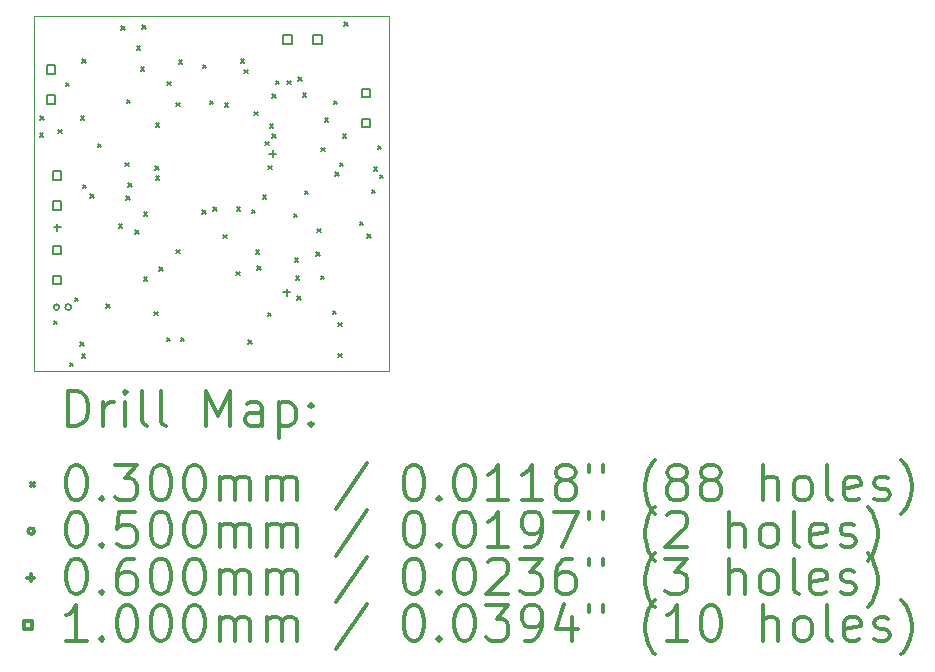
<source format=gbr>
%FSLAX45Y45*%
G04 Gerber Fmt 4.5, Leading zero omitted, Abs format (unit mm)*
G04 Created by KiCad (PCBNEW (5.1.12)-1) date 2022-01-26 09:34:38*
%MOMM*%
%LPD*%
G01*
G04 APERTURE LIST*
%TA.AperFunction,Profile*%
%ADD10C,0.038100*%
%TD*%
%ADD11C,0.200000*%
%ADD12C,0.300000*%
G04 APERTURE END LIST*
D10*
X10000000Y-6000000D02*
X10000000Y-3000000D01*
X10000000Y-6000000D02*
X13000000Y-6000000D01*
X13000000Y-3000000D02*
X13000000Y-6000000D01*
X10000000Y-3000000D02*
X13000000Y-3000000D01*
D11*
X10047000Y-3990000D02*
X10077000Y-4020000D01*
X10077000Y-3990000D02*
X10047000Y-4020000D01*
X10048000Y-3843000D02*
X10078000Y-3873000D01*
X10078000Y-3843000D02*
X10048000Y-3873000D01*
X10163000Y-5576000D02*
X10193000Y-5606000D01*
X10193000Y-5576000D02*
X10163000Y-5606000D01*
X10201000Y-3961000D02*
X10231000Y-3991000D01*
X10231000Y-3961000D02*
X10201000Y-3991000D01*
X10265000Y-3563000D02*
X10295000Y-3593000D01*
X10295000Y-3563000D02*
X10265000Y-3593000D01*
X10301000Y-5933000D02*
X10331000Y-5963000D01*
X10331000Y-5933000D02*
X10301000Y-5963000D01*
X10342000Y-5380000D02*
X10372000Y-5410000D01*
X10372000Y-5380000D02*
X10342000Y-5410000D01*
X10388000Y-5757000D02*
X10418000Y-5787000D01*
X10418000Y-5757000D02*
X10388000Y-5787000D01*
X10391000Y-3844000D02*
X10421000Y-3874000D01*
X10421000Y-3844000D02*
X10391000Y-3874000D01*
X10401000Y-5862000D02*
X10431000Y-5892000D01*
X10431000Y-5862000D02*
X10401000Y-5892000D01*
X10406000Y-3360000D02*
X10436000Y-3390000D01*
X10436000Y-3360000D02*
X10406000Y-3390000D01*
X10410000Y-4423000D02*
X10440000Y-4453000D01*
X10440000Y-4423000D02*
X10410000Y-4453000D01*
X10474000Y-4504000D02*
X10504000Y-4534000D01*
X10504000Y-4504000D02*
X10474000Y-4534000D01*
X10535000Y-4076000D02*
X10565000Y-4106000D01*
X10565000Y-4076000D02*
X10535000Y-4106000D01*
X10607000Y-5438000D02*
X10637000Y-5468000D01*
X10637000Y-5438000D02*
X10607000Y-5468000D01*
X10716000Y-4761000D02*
X10746000Y-4791000D01*
X10746000Y-4761000D02*
X10716000Y-4791000D01*
X10734000Y-3083000D02*
X10764000Y-3113000D01*
X10764000Y-3083000D02*
X10734000Y-3113000D01*
X10769000Y-4240000D02*
X10799000Y-4270000D01*
X10799000Y-4240000D02*
X10769000Y-4270000D01*
X10779000Y-4524000D02*
X10809000Y-4554000D01*
X10809000Y-4524000D02*
X10779000Y-4554000D01*
X10783000Y-3706000D02*
X10813000Y-3736000D01*
X10813000Y-3706000D02*
X10783000Y-3736000D01*
X10797000Y-4411000D02*
X10827000Y-4441000D01*
X10827000Y-4411000D02*
X10797000Y-4441000D01*
X10853000Y-4812000D02*
X10883000Y-4842000D01*
X10883000Y-4812000D02*
X10853000Y-4842000D01*
X10867000Y-3250000D02*
X10897000Y-3280000D01*
X10897000Y-3250000D02*
X10867000Y-3280000D01*
X10899000Y-3430000D02*
X10929000Y-3460000D01*
X10929000Y-3430000D02*
X10899000Y-3460000D01*
X10912000Y-3073000D02*
X10942000Y-3103000D01*
X10942000Y-3073000D02*
X10912000Y-3103000D01*
X10926000Y-5206000D02*
X10956000Y-5236000D01*
X10956000Y-5206000D02*
X10926000Y-5236000D01*
X10927000Y-4656000D02*
X10957000Y-4686000D01*
X10957000Y-4656000D02*
X10927000Y-4686000D01*
X11014000Y-5499000D02*
X11044000Y-5529000D01*
X11044000Y-5499000D02*
X11014000Y-5529000D01*
X11023000Y-4266000D02*
X11053000Y-4296000D01*
X11053000Y-4266000D02*
X11023000Y-4296000D01*
X11026000Y-3903000D02*
X11056000Y-3933000D01*
X11056000Y-3903000D02*
X11026000Y-3933000D01*
X11029000Y-4355000D02*
X11059000Y-4385000D01*
X11059000Y-4355000D02*
X11029000Y-4385000D01*
X11058000Y-5122000D02*
X11088000Y-5152000D01*
X11088000Y-5122000D02*
X11058000Y-5152000D01*
X11119000Y-5719000D02*
X11149000Y-5749000D01*
X11149000Y-5719000D02*
X11119000Y-5749000D01*
X11124000Y-3554000D02*
X11154000Y-3584000D01*
X11154000Y-3554000D02*
X11124000Y-3584000D01*
X11201000Y-4975000D02*
X11231000Y-5005000D01*
X11231000Y-4975000D02*
X11201000Y-5005000D01*
X11202000Y-3732000D02*
X11232000Y-3762000D01*
X11232000Y-3732000D02*
X11202000Y-3762000D01*
X11222000Y-3370000D02*
X11252000Y-3400000D01*
X11252000Y-3370000D02*
X11222000Y-3400000D01*
X11240000Y-5719000D02*
X11270000Y-5749000D01*
X11270000Y-5719000D02*
X11240000Y-5749000D01*
X11423000Y-4639000D02*
X11453000Y-4669000D01*
X11453000Y-4639000D02*
X11423000Y-4669000D01*
X11426000Y-3407000D02*
X11456000Y-3437000D01*
X11456000Y-3407000D02*
X11426000Y-3437000D01*
X11485000Y-3715000D02*
X11515000Y-3745000D01*
X11515000Y-3715000D02*
X11485000Y-3745000D01*
X11515000Y-4616000D02*
X11545000Y-4646000D01*
X11545000Y-4616000D02*
X11515000Y-4646000D01*
X11598000Y-4847000D02*
X11628000Y-4877000D01*
X11628000Y-4847000D02*
X11598000Y-4877000D01*
X11610000Y-3736000D02*
X11640000Y-3766000D01*
X11640000Y-3736000D02*
X11610000Y-3766000D01*
X11711000Y-5163000D02*
X11741000Y-5193000D01*
X11741000Y-5163000D02*
X11711000Y-5193000D01*
X11712000Y-4614000D02*
X11742000Y-4644000D01*
X11742000Y-4614000D02*
X11712000Y-4644000D01*
X11748000Y-3360000D02*
X11778000Y-3390000D01*
X11778000Y-3360000D02*
X11748000Y-3390000D01*
X11779000Y-3453000D02*
X11809000Y-3483000D01*
X11809000Y-3453000D02*
X11779000Y-3483000D01*
X11812000Y-5741000D02*
X11842000Y-5771000D01*
X11842000Y-5741000D02*
X11812000Y-5771000D01*
X11842000Y-4636000D02*
X11872000Y-4666000D01*
X11872000Y-4636000D02*
X11842000Y-4666000D01*
X11860000Y-3806000D02*
X11890000Y-3836000D01*
X11890000Y-3806000D02*
X11860000Y-3836000D01*
X11876000Y-4979000D02*
X11906000Y-5009000D01*
X11906000Y-4979000D02*
X11876000Y-5009000D01*
X11889000Y-5117000D02*
X11919000Y-5147000D01*
X11919000Y-5117000D02*
X11889000Y-5147000D01*
X11933000Y-4514000D02*
X11963000Y-4544000D01*
X11963000Y-4514000D02*
X11933000Y-4544000D01*
X11954000Y-4059200D02*
X11984000Y-4089200D01*
X11984000Y-4059200D02*
X11954000Y-4089200D01*
X11974000Y-5510000D02*
X12004000Y-5540000D01*
X12004000Y-5510000D02*
X11974000Y-5540000D01*
X11980000Y-4263000D02*
X12010000Y-4293000D01*
X12010000Y-4263000D02*
X11980000Y-4293000D01*
X11991000Y-3914000D02*
X12021000Y-3944000D01*
X12021000Y-3914000D02*
X11991000Y-3944000D01*
X12013000Y-3996000D02*
X12043000Y-4026000D01*
X12043000Y-3996000D02*
X12013000Y-4026000D01*
X12014000Y-3658000D02*
X12044000Y-3688000D01*
X12044000Y-3658000D02*
X12014000Y-3688000D01*
X12044000Y-3545000D02*
X12074000Y-3575000D01*
X12074000Y-3545000D02*
X12044000Y-3575000D01*
X12140000Y-3544000D02*
X12170000Y-3574000D01*
X12170000Y-3544000D02*
X12140000Y-3574000D01*
X12195000Y-4669000D02*
X12225000Y-4699000D01*
X12225000Y-4669000D02*
X12195000Y-4699000D01*
X12203000Y-5047000D02*
X12233000Y-5077000D01*
X12233000Y-5047000D02*
X12203000Y-5077000D01*
X12214000Y-5198000D02*
X12244000Y-5228000D01*
X12244000Y-5198000D02*
X12214000Y-5228000D01*
X12227000Y-5368000D02*
X12257000Y-5398000D01*
X12257000Y-5368000D02*
X12227000Y-5398000D01*
X12232000Y-3513000D02*
X12262000Y-3543000D01*
X12262000Y-3513000D02*
X12232000Y-3543000D01*
X12273000Y-3648000D02*
X12303000Y-3678000D01*
X12303000Y-3648000D02*
X12273000Y-3678000D01*
X12291000Y-4474000D02*
X12321000Y-4504000D01*
X12321000Y-4474000D02*
X12291000Y-4504000D01*
X12387000Y-4997000D02*
X12417000Y-5027000D01*
X12417000Y-4997000D02*
X12387000Y-5027000D01*
X12394000Y-4799000D02*
X12424000Y-4829000D01*
X12424000Y-4799000D02*
X12394000Y-4829000D01*
X12423000Y-5197000D02*
X12453000Y-5227000D01*
X12453000Y-5197000D02*
X12423000Y-5227000D01*
X12427000Y-4113000D02*
X12457000Y-4143000D01*
X12457000Y-4113000D02*
X12427000Y-4143000D01*
X12458000Y-3863000D02*
X12488000Y-3893000D01*
X12488000Y-3863000D02*
X12458000Y-3893000D01*
X12525000Y-5493000D02*
X12555000Y-5523000D01*
X12555000Y-5493000D02*
X12525000Y-5523000D01*
X12535000Y-3712000D02*
X12565000Y-3742000D01*
X12565000Y-3712000D02*
X12535000Y-3742000D01*
X12548000Y-4319000D02*
X12578000Y-4349000D01*
X12578000Y-4319000D02*
X12548000Y-4349000D01*
X12572000Y-5595000D02*
X12602000Y-5625000D01*
X12602000Y-5595000D02*
X12572000Y-5625000D01*
X12572000Y-5856000D02*
X12602000Y-5886000D01*
X12602000Y-5856000D02*
X12572000Y-5886000D01*
X12585000Y-4238000D02*
X12615000Y-4268000D01*
X12615000Y-4238000D02*
X12585000Y-4268000D01*
X12609000Y-3996000D02*
X12639000Y-4026000D01*
X12639000Y-3996000D02*
X12609000Y-4026000D01*
X12624000Y-3051000D02*
X12654000Y-3081000D01*
X12654000Y-3051000D02*
X12624000Y-3081000D01*
X12756000Y-4738000D02*
X12786000Y-4768000D01*
X12786000Y-4738000D02*
X12756000Y-4768000D01*
X12820000Y-4844000D02*
X12850000Y-4874000D01*
X12850000Y-4844000D02*
X12820000Y-4874000D01*
X12856000Y-4467000D02*
X12886000Y-4497000D01*
X12886000Y-4467000D02*
X12856000Y-4497000D01*
X12874000Y-4276000D02*
X12904000Y-4306000D01*
X12904000Y-4276000D02*
X12874000Y-4306000D01*
X12909000Y-4096000D02*
X12939000Y-4126000D01*
X12939000Y-4096000D02*
X12909000Y-4126000D01*
X12926000Y-4340000D02*
X12956000Y-4370000D01*
X12956000Y-4340000D02*
X12926000Y-4370000D01*
X10212000Y-5461000D02*
G75*
G03*
X10212000Y-5461000I-25000J0D01*
G01*
X10312000Y-5461000D02*
G75*
G03*
X10312000Y-5461000I-25000J0D01*
G01*
X10194000Y-4755000D02*
X10194000Y-4815000D01*
X10164000Y-4785000D02*
X10224000Y-4785000D01*
X12018982Y-4133917D02*
X12018982Y-4193917D01*
X11988982Y-4163917D02*
X12048982Y-4163917D01*
X12135000Y-5305000D02*
X12135000Y-5365000D01*
X12105000Y-5335000D02*
X12165000Y-5335000D01*
X10177356Y-3484356D02*
X10177356Y-3413644D01*
X10106644Y-3413644D01*
X10106644Y-3484356D01*
X10177356Y-3484356D01*
X10177356Y-3738356D02*
X10177356Y-3667644D01*
X10106644Y-3667644D01*
X10106644Y-3738356D01*
X10177356Y-3738356D01*
X10229356Y-4381356D02*
X10229356Y-4310644D01*
X10158644Y-4310644D01*
X10158644Y-4381356D01*
X10229356Y-4381356D01*
X10229356Y-4635356D02*
X10229356Y-4564644D01*
X10158644Y-4564644D01*
X10158644Y-4635356D01*
X10229356Y-4635356D01*
X10229356Y-5011356D02*
X10229356Y-4940644D01*
X10158644Y-4940644D01*
X10158644Y-5011356D01*
X10229356Y-5011356D01*
X10229356Y-5265356D02*
X10229356Y-5194644D01*
X10158644Y-5194644D01*
X10158644Y-5265356D01*
X10229356Y-5265356D01*
X12177356Y-3229356D02*
X12177356Y-3158644D01*
X12106644Y-3158644D01*
X12106644Y-3229356D01*
X12177356Y-3229356D01*
X12431356Y-3229356D02*
X12431356Y-3158644D01*
X12360644Y-3158644D01*
X12360644Y-3229356D01*
X12431356Y-3229356D01*
X12845356Y-3681356D02*
X12845356Y-3610644D01*
X12774644Y-3610644D01*
X12774644Y-3681356D01*
X12845356Y-3681356D01*
X12845356Y-3935356D02*
X12845356Y-3864644D01*
X12774644Y-3864644D01*
X12774644Y-3935356D01*
X12845356Y-3935356D01*
D12*
X10284523Y-6467619D02*
X10284523Y-6167619D01*
X10355952Y-6167619D01*
X10398809Y-6181905D01*
X10427381Y-6210476D01*
X10441666Y-6239048D01*
X10455952Y-6296191D01*
X10455952Y-6339048D01*
X10441666Y-6396191D01*
X10427381Y-6424762D01*
X10398809Y-6453334D01*
X10355952Y-6467619D01*
X10284523Y-6467619D01*
X10584523Y-6467619D02*
X10584523Y-6267619D01*
X10584523Y-6324762D02*
X10598809Y-6296191D01*
X10613095Y-6281905D01*
X10641666Y-6267619D01*
X10670238Y-6267619D01*
X10770238Y-6467619D02*
X10770238Y-6267619D01*
X10770238Y-6167619D02*
X10755952Y-6181905D01*
X10770238Y-6196191D01*
X10784523Y-6181905D01*
X10770238Y-6167619D01*
X10770238Y-6196191D01*
X10955952Y-6467619D02*
X10927381Y-6453334D01*
X10913095Y-6424762D01*
X10913095Y-6167619D01*
X11113095Y-6467619D02*
X11084523Y-6453334D01*
X11070238Y-6424762D01*
X11070238Y-6167619D01*
X11455952Y-6467619D02*
X11455952Y-6167619D01*
X11555952Y-6381905D01*
X11655952Y-6167619D01*
X11655952Y-6467619D01*
X11927381Y-6467619D02*
X11927381Y-6310476D01*
X11913095Y-6281905D01*
X11884523Y-6267619D01*
X11827381Y-6267619D01*
X11798809Y-6281905D01*
X11927381Y-6453334D02*
X11898809Y-6467619D01*
X11827381Y-6467619D01*
X11798809Y-6453334D01*
X11784523Y-6424762D01*
X11784523Y-6396191D01*
X11798809Y-6367619D01*
X11827381Y-6353334D01*
X11898809Y-6353334D01*
X11927381Y-6339048D01*
X12070238Y-6267619D02*
X12070238Y-6567619D01*
X12070238Y-6281905D02*
X12098809Y-6267619D01*
X12155952Y-6267619D01*
X12184523Y-6281905D01*
X12198809Y-6296191D01*
X12213095Y-6324762D01*
X12213095Y-6410476D01*
X12198809Y-6439048D01*
X12184523Y-6453334D01*
X12155952Y-6467619D01*
X12098809Y-6467619D01*
X12070238Y-6453334D01*
X12341666Y-6439048D02*
X12355952Y-6453334D01*
X12341666Y-6467619D01*
X12327381Y-6453334D01*
X12341666Y-6439048D01*
X12341666Y-6467619D01*
X12341666Y-6281905D02*
X12355952Y-6296191D01*
X12341666Y-6310476D01*
X12327381Y-6296191D01*
X12341666Y-6281905D01*
X12341666Y-6310476D01*
X9968095Y-6946905D02*
X9998095Y-6976905D01*
X9998095Y-6946905D02*
X9968095Y-6976905D01*
X10341666Y-6797619D02*
X10370238Y-6797619D01*
X10398809Y-6811905D01*
X10413095Y-6826191D01*
X10427381Y-6854762D01*
X10441666Y-6911905D01*
X10441666Y-6983334D01*
X10427381Y-7040476D01*
X10413095Y-7069048D01*
X10398809Y-7083334D01*
X10370238Y-7097619D01*
X10341666Y-7097619D01*
X10313095Y-7083334D01*
X10298809Y-7069048D01*
X10284523Y-7040476D01*
X10270238Y-6983334D01*
X10270238Y-6911905D01*
X10284523Y-6854762D01*
X10298809Y-6826191D01*
X10313095Y-6811905D01*
X10341666Y-6797619D01*
X10570238Y-7069048D02*
X10584523Y-7083334D01*
X10570238Y-7097619D01*
X10555952Y-7083334D01*
X10570238Y-7069048D01*
X10570238Y-7097619D01*
X10684523Y-6797619D02*
X10870238Y-6797619D01*
X10770238Y-6911905D01*
X10813095Y-6911905D01*
X10841666Y-6926191D01*
X10855952Y-6940476D01*
X10870238Y-6969048D01*
X10870238Y-7040476D01*
X10855952Y-7069048D01*
X10841666Y-7083334D01*
X10813095Y-7097619D01*
X10727381Y-7097619D01*
X10698809Y-7083334D01*
X10684523Y-7069048D01*
X11055952Y-6797619D02*
X11084523Y-6797619D01*
X11113095Y-6811905D01*
X11127381Y-6826191D01*
X11141666Y-6854762D01*
X11155952Y-6911905D01*
X11155952Y-6983334D01*
X11141666Y-7040476D01*
X11127381Y-7069048D01*
X11113095Y-7083334D01*
X11084523Y-7097619D01*
X11055952Y-7097619D01*
X11027381Y-7083334D01*
X11013095Y-7069048D01*
X10998809Y-7040476D01*
X10984523Y-6983334D01*
X10984523Y-6911905D01*
X10998809Y-6854762D01*
X11013095Y-6826191D01*
X11027381Y-6811905D01*
X11055952Y-6797619D01*
X11341666Y-6797619D02*
X11370238Y-6797619D01*
X11398809Y-6811905D01*
X11413095Y-6826191D01*
X11427381Y-6854762D01*
X11441666Y-6911905D01*
X11441666Y-6983334D01*
X11427381Y-7040476D01*
X11413095Y-7069048D01*
X11398809Y-7083334D01*
X11370238Y-7097619D01*
X11341666Y-7097619D01*
X11313095Y-7083334D01*
X11298809Y-7069048D01*
X11284523Y-7040476D01*
X11270238Y-6983334D01*
X11270238Y-6911905D01*
X11284523Y-6854762D01*
X11298809Y-6826191D01*
X11313095Y-6811905D01*
X11341666Y-6797619D01*
X11570238Y-7097619D02*
X11570238Y-6897619D01*
X11570238Y-6926191D02*
X11584523Y-6911905D01*
X11613095Y-6897619D01*
X11655952Y-6897619D01*
X11684523Y-6911905D01*
X11698809Y-6940476D01*
X11698809Y-7097619D01*
X11698809Y-6940476D02*
X11713095Y-6911905D01*
X11741666Y-6897619D01*
X11784523Y-6897619D01*
X11813095Y-6911905D01*
X11827381Y-6940476D01*
X11827381Y-7097619D01*
X11970238Y-7097619D02*
X11970238Y-6897619D01*
X11970238Y-6926191D02*
X11984523Y-6911905D01*
X12013095Y-6897619D01*
X12055952Y-6897619D01*
X12084523Y-6911905D01*
X12098809Y-6940476D01*
X12098809Y-7097619D01*
X12098809Y-6940476D02*
X12113095Y-6911905D01*
X12141666Y-6897619D01*
X12184523Y-6897619D01*
X12213095Y-6911905D01*
X12227381Y-6940476D01*
X12227381Y-7097619D01*
X12813095Y-6783334D02*
X12555952Y-7169048D01*
X13198809Y-6797619D02*
X13227381Y-6797619D01*
X13255952Y-6811905D01*
X13270238Y-6826191D01*
X13284523Y-6854762D01*
X13298809Y-6911905D01*
X13298809Y-6983334D01*
X13284523Y-7040476D01*
X13270238Y-7069048D01*
X13255952Y-7083334D01*
X13227381Y-7097619D01*
X13198809Y-7097619D01*
X13170238Y-7083334D01*
X13155952Y-7069048D01*
X13141666Y-7040476D01*
X13127381Y-6983334D01*
X13127381Y-6911905D01*
X13141666Y-6854762D01*
X13155952Y-6826191D01*
X13170238Y-6811905D01*
X13198809Y-6797619D01*
X13427381Y-7069048D02*
X13441666Y-7083334D01*
X13427381Y-7097619D01*
X13413095Y-7083334D01*
X13427381Y-7069048D01*
X13427381Y-7097619D01*
X13627381Y-6797619D02*
X13655952Y-6797619D01*
X13684523Y-6811905D01*
X13698809Y-6826191D01*
X13713095Y-6854762D01*
X13727381Y-6911905D01*
X13727381Y-6983334D01*
X13713095Y-7040476D01*
X13698809Y-7069048D01*
X13684523Y-7083334D01*
X13655952Y-7097619D01*
X13627381Y-7097619D01*
X13598809Y-7083334D01*
X13584523Y-7069048D01*
X13570238Y-7040476D01*
X13555952Y-6983334D01*
X13555952Y-6911905D01*
X13570238Y-6854762D01*
X13584523Y-6826191D01*
X13598809Y-6811905D01*
X13627381Y-6797619D01*
X14013095Y-7097619D02*
X13841666Y-7097619D01*
X13927381Y-7097619D02*
X13927381Y-6797619D01*
X13898809Y-6840476D01*
X13870238Y-6869048D01*
X13841666Y-6883334D01*
X14298809Y-7097619D02*
X14127381Y-7097619D01*
X14213095Y-7097619D02*
X14213095Y-6797619D01*
X14184523Y-6840476D01*
X14155952Y-6869048D01*
X14127381Y-6883334D01*
X14470238Y-6926191D02*
X14441666Y-6911905D01*
X14427381Y-6897619D01*
X14413095Y-6869048D01*
X14413095Y-6854762D01*
X14427381Y-6826191D01*
X14441666Y-6811905D01*
X14470238Y-6797619D01*
X14527381Y-6797619D01*
X14555952Y-6811905D01*
X14570238Y-6826191D01*
X14584523Y-6854762D01*
X14584523Y-6869048D01*
X14570238Y-6897619D01*
X14555952Y-6911905D01*
X14527381Y-6926191D01*
X14470238Y-6926191D01*
X14441666Y-6940476D01*
X14427381Y-6954762D01*
X14413095Y-6983334D01*
X14413095Y-7040476D01*
X14427381Y-7069048D01*
X14441666Y-7083334D01*
X14470238Y-7097619D01*
X14527381Y-7097619D01*
X14555952Y-7083334D01*
X14570238Y-7069048D01*
X14584523Y-7040476D01*
X14584523Y-6983334D01*
X14570238Y-6954762D01*
X14555952Y-6940476D01*
X14527381Y-6926191D01*
X14698809Y-6797619D02*
X14698809Y-6854762D01*
X14813095Y-6797619D02*
X14813095Y-6854762D01*
X15255952Y-7211905D02*
X15241666Y-7197619D01*
X15213095Y-7154762D01*
X15198809Y-7126191D01*
X15184523Y-7083334D01*
X15170238Y-7011905D01*
X15170238Y-6954762D01*
X15184523Y-6883334D01*
X15198809Y-6840476D01*
X15213095Y-6811905D01*
X15241666Y-6769048D01*
X15255952Y-6754762D01*
X15413095Y-6926191D02*
X15384523Y-6911905D01*
X15370238Y-6897619D01*
X15355952Y-6869048D01*
X15355952Y-6854762D01*
X15370238Y-6826191D01*
X15384523Y-6811905D01*
X15413095Y-6797619D01*
X15470238Y-6797619D01*
X15498809Y-6811905D01*
X15513095Y-6826191D01*
X15527381Y-6854762D01*
X15527381Y-6869048D01*
X15513095Y-6897619D01*
X15498809Y-6911905D01*
X15470238Y-6926191D01*
X15413095Y-6926191D01*
X15384523Y-6940476D01*
X15370238Y-6954762D01*
X15355952Y-6983334D01*
X15355952Y-7040476D01*
X15370238Y-7069048D01*
X15384523Y-7083334D01*
X15413095Y-7097619D01*
X15470238Y-7097619D01*
X15498809Y-7083334D01*
X15513095Y-7069048D01*
X15527381Y-7040476D01*
X15527381Y-6983334D01*
X15513095Y-6954762D01*
X15498809Y-6940476D01*
X15470238Y-6926191D01*
X15698809Y-6926191D02*
X15670238Y-6911905D01*
X15655952Y-6897619D01*
X15641666Y-6869048D01*
X15641666Y-6854762D01*
X15655952Y-6826191D01*
X15670238Y-6811905D01*
X15698809Y-6797619D01*
X15755952Y-6797619D01*
X15784523Y-6811905D01*
X15798809Y-6826191D01*
X15813095Y-6854762D01*
X15813095Y-6869048D01*
X15798809Y-6897619D01*
X15784523Y-6911905D01*
X15755952Y-6926191D01*
X15698809Y-6926191D01*
X15670238Y-6940476D01*
X15655952Y-6954762D01*
X15641666Y-6983334D01*
X15641666Y-7040476D01*
X15655952Y-7069048D01*
X15670238Y-7083334D01*
X15698809Y-7097619D01*
X15755952Y-7097619D01*
X15784523Y-7083334D01*
X15798809Y-7069048D01*
X15813095Y-7040476D01*
X15813095Y-6983334D01*
X15798809Y-6954762D01*
X15784523Y-6940476D01*
X15755952Y-6926191D01*
X16170238Y-7097619D02*
X16170238Y-6797619D01*
X16298809Y-7097619D02*
X16298809Y-6940476D01*
X16284523Y-6911905D01*
X16255952Y-6897619D01*
X16213095Y-6897619D01*
X16184523Y-6911905D01*
X16170238Y-6926191D01*
X16484523Y-7097619D02*
X16455952Y-7083334D01*
X16441666Y-7069048D01*
X16427381Y-7040476D01*
X16427381Y-6954762D01*
X16441666Y-6926191D01*
X16455952Y-6911905D01*
X16484523Y-6897619D01*
X16527381Y-6897619D01*
X16555952Y-6911905D01*
X16570238Y-6926191D01*
X16584523Y-6954762D01*
X16584523Y-7040476D01*
X16570238Y-7069048D01*
X16555952Y-7083334D01*
X16527381Y-7097619D01*
X16484523Y-7097619D01*
X16755952Y-7097619D02*
X16727381Y-7083334D01*
X16713095Y-7054762D01*
X16713095Y-6797619D01*
X16984523Y-7083334D02*
X16955952Y-7097619D01*
X16898809Y-7097619D01*
X16870238Y-7083334D01*
X16855952Y-7054762D01*
X16855952Y-6940476D01*
X16870238Y-6911905D01*
X16898809Y-6897619D01*
X16955952Y-6897619D01*
X16984523Y-6911905D01*
X16998809Y-6940476D01*
X16998809Y-6969048D01*
X16855952Y-6997619D01*
X17113095Y-7083334D02*
X17141666Y-7097619D01*
X17198809Y-7097619D01*
X17227381Y-7083334D01*
X17241666Y-7054762D01*
X17241666Y-7040476D01*
X17227381Y-7011905D01*
X17198809Y-6997619D01*
X17155952Y-6997619D01*
X17127381Y-6983334D01*
X17113095Y-6954762D01*
X17113095Y-6940476D01*
X17127381Y-6911905D01*
X17155952Y-6897619D01*
X17198809Y-6897619D01*
X17227381Y-6911905D01*
X17341666Y-7211905D02*
X17355952Y-7197619D01*
X17384523Y-7154762D01*
X17398809Y-7126191D01*
X17413095Y-7083334D01*
X17427381Y-7011905D01*
X17427381Y-6954762D01*
X17413095Y-6883334D01*
X17398809Y-6840476D01*
X17384523Y-6811905D01*
X17355952Y-6769048D01*
X17341666Y-6754762D01*
X9998095Y-7357905D02*
G75*
G03*
X9998095Y-7357905I-25000J0D01*
G01*
X10341666Y-7193619D02*
X10370238Y-7193619D01*
X10398809Y-7207905D01*
X10413095Y-7222191D01*
X10427381Y-7250762D01*
X10441666Y-7307905D01*
X10441666Y-7379334D01*
X10427381Y-7436476D01*
X10413095Y-7465048D01*
X10398809Y-7479334D01*
X10370238Y-7493619D01*
X10341666Y-7493619D01*
X10313095Y-7479334D01*
X10298809Y-7465048D01*
X10284523Y-7436476D01*
X10270238Y-7379334D01*
X10270238Y-7307905D01*
X10284523Y-7250762D01*
X10298809Y-7222191D01*
X10313095Y-7207905D01*
X10341666Y-7193619D01*
X10570238Y-7465048D02*
X10584523Y-7479334D01*
X10570238Y-7493619D01*
X10555952Y-7479334D01*
X10570238Y-7465048D01*
X10570238Y-7493619D01*
X10855952Y-7193619D02*
X10713095Y-7193619D01*
X10698809Y-7336476D01*
X10713095Y-7322191D01*
X10741666Y-7307905D01*
X10813095Y-7307905D01*
X10841666Y-7322191D01*
X10855952Y-7336476D01*
X10870238Y-7365048D01*
X10870238Y-7436476D01*
X10855952Y-7465048D01*
X10841666Y-7479334D01*
X10813095Y-7493619D01*
X10741666Y-7493619D01*
X10713095Y-7479334D01*
X10698809Y-7465048D01*
X11055952Y-7193619D02*
X11084523Y-7193619D01*
X11113095Y-7207905D01*
X11127381Y-7222191D01*
X11141666Y-7250762D01*
X11155952Y-7307905D01*
X11155952Y-7379334D01*
X11141666Y-7436476D01*
X11127381Y-7465048D01*
X11113095Y-7479334D01*
X11084523Y-7493619D01*
X11055952Y-7493619D01*
X11027381Y-7479334D01*
X11013095Y-7465048D01*
X10998809Y-7436476D01*
X10984523Y-7379334D01*
X10984523Y-7307905D01*
X10998809Y-7250762D01*
X11013095Y-7222191D01*
X11027381Y-7207905D01*
X11055952Y-7193619D01*
X11341666Y-7193619D02*
X11370238Y-7193619D01*
X11398809Y-7207905D01*
X11413095Y-7222191D01*
X11427381Y-7250762D01*
X11441666Y-7307905D01*
X11441666Y-7379334D01*
X11427381Y-7436476D01*
X11413095Y-7465048D01*
X11398809Y-7479334D01*
X11370238Y-7493619D01*
X11341666Y-7493619D01*
X11313095Y-7479334D01*
X11298809Y-7465048D01*
X11284523Y-7436476D01*
X11270238Y-7379334D01*
X11270238Y-7307905D01*
X11284523Y-7250762D01*
X11298809Y-7222191D01*
X11313095Y-7207905D01*
X11341666Y-7193619D01*
X11570238Y-7493619D02*
X11570238Y-7293619D01*
X11570238Y-7322191D02*
X11584523Y-7307905D01*
X11613095Y-7293619D01*
X11655952Y-7293619D01*
X11684523Y-7307905D01*
X11698809Y-7336476D01*
X11698809Y-7493619D01*
X11698809Y-7336476D02*
X11713095Y-7307905D01*
X11741666Y-7293619D01*
X11784523Y-7293619D01*
X11813095Y-7307905D01*
X11827381Y-7336476D01*
X11827381Y-7493619D01*
X11970238Y-7493619D02*
X11970238Y-7293619D01*
X11970238Y-7322191D02*
X11984523Y-7307905D01*
X12013095Y-7293619D01*
X12055952Y-7293619D01*
X12084523Y-7307905D01*
X12098809Y-7336476D01*
X12098809Y-7493619D01*
X12098809Y-7336476D02*
X12113095Y-7307905D01*
X12141666Y-7293619D01*
X12184523Y-7293619D01*
X12213095Y-7307905D01*
X12227381Y-7336476D01*
X12227381Y-7493619D01*
X12813095Y-7179334D02*
X12555952Y-7565048D01*
X13198809Y-7193619D02*
X13227381Y-7193619D01*
X13255952Y-7207905D01*
X13270238Y-7222191D01*
X13284523Y-7250762D01*
X13298809Y-7307905D01*
X13298809Y-7379334D01*
X13284523Y-7436476D01*
X13270238Y-7465048D01*
X13255952Y-7479334D01*
X13227381Y-7493619D01*
X13198809Y-7493619D01*
X13170238Y-7479334D01*
X13155952Y-7465048D01*
X13141666Y-7436476D01*
X13127381Y-7379334D01*
X13127381Y-7307905D01*
X13141666Y-7250762D01*
X13155952Y-7222191D01*
X13170238Y-7207905D01*
X13198809Y-7193619D01*
X13427381Y-7465048D02*
X13441666Y-7479334D01*
X13427381Y-7493619D01*
X13413095Y-7479334D01*
X13427381Y-7465048D01*
X13427381Y-7493619D01*
X13627381Y-7193619D02*
X13655952Y-7193619D01*
X13684523Y-7207905D01*
X13698809Y-7222191D01*
X13713095Y-7250762D01*
X13727381Y-7307905D01*
X13727381Y-7379334D01*
X13713095Y-7436476D01*
X13698809Y-7465048D01*
X13684523Y-7479334D01*
X13655952Y-7493619D01*
X13627381Y-7493619D01*
X13598809Y-7479334D01*
X13584523Y-7465048D01*
X13570238Y-7436476D01*
X13555952Y-7379334D01*
X13555952Y-7307905D01*
X13570238Y-7250762D01*
X13584523Y-7222191D01*
X13598809Y-7207905D01*
X13627381Y-7193619D01*
X14013095Y-7493619D02*
X13841666Y-7493619D01*
X13927381Y-7493619D02*
X13927381Y-7193619D01*
X13898809Y-7236476D01*
X13870238Y-7265048D01*
X13841666Y-7279334D01*
X14155952Y-7493619D02*
X14213095Y-7493619D01*
X14241666Y-7479334D01*
X14255952Y-7465048D01*
X14284523Y-7422191D01*
X14298809Y-7365048D01*
X14298809Y-7250762D01*
X14284523Y-7222191D01*
X14270238Y-7207905D01*
X14241666Y-7193619D01*
X14184523Y-7193619D01*
X14155952Y-7207905D01*
X14141666Y-7222191D01*
X14127381Y-7250762D01*
X14127381Y-7322191D01*
X14141666Y-7350762D01*
X14155952Y-7365048D01*
X14184523Y-7379334D01*
X14241666Y-7379334D01*
X14270238Y-7365048D01*
X14284523Y-7350762D01*
X14298809Y-7322191D01*
X14398809Y-7193619D02*
X14598809Y-7193619D01*
X14470238Y-7493619D01*
X14698809Y-7193619D02*
X14698809Y-7250762D01*
X14813095Y-7193619D02*
X14813095Y-7250762D01*
X15255952Y-7607905D02*
X15241666Y-7593619D01*
X15213095Y-7550762D01*
X15198809Y-7522191D01*
X15184523Y-7479334D01*
X15170238Y-7407905D01*
X15170238Y-7350762D01*
X15184523Y-7279334D01*
X15198809Y-7236476D01*
X15213095Y-7207905D01*
X15241666Y-7165048D01*
X15255952Y-7150762D01*
X15355952Y-7222191D02*
X15370238Y-7207905D01*
X15398809Y-7193619D01*
X15470238Y-7193619D01*
X15498809Y-7207905D01*
X15513095Y-7222191D01*
X15527381Y-7250762D01*
X15527381Y-7279334D01*
X15513095Y-7322191D01*
X15341666Y-7493619D01*
X15527381Y-7493619D01*
X15884523Y-7493619D02*
X15884523Y-7193619D01*
X16013095Y-7493619D02*
X16013095Y-7336476D01*
X15998809Y-7307905D01*
X15970238Y-7293619D01*
X15927381Y-7293619D01*
X15898809Y-7307905D01*
X15884523Y-7322191D01*
X16198809Y-7493619D02*
X16170238Y-7479334D01*
X16155952Y-7465048D01*
X16141666Y-7436476D01*
X16141666Y-7350762D01*
X16155952Y-7322191D01*
X16170238Y-7307905D01*
X16198809Y-7293619D01*
X16241666Y-7293619D01*
X16270238Y-7307905D01*
X16284523Y-7322191D01*
X16298809Y-7350762D01*
X16298809Y-7436476D01*
X16284523Y-7465048D01*
X16270238Y-7479334D01*
X16241666Y-7493619D01*
X16198809Y-7493619D01*
X16470238Y-7493619D02*
X16441666Y-7479334D01*
X16427381Y-7450762D01*
X16427381Y-7193619D01*
X16698809Y-7479334D02*
X16670238Y-7493619D01*
X16613095Y-7493619D01*
X16584523Y-7479334D01*
X16570238Y-7450762D01*
X16570238Y-7336476D01*
X16584523Y-7307905D01*
X16613095Y-7293619D01*
X16670238Y-7293619D01*
X16698809Y-7307905D01*
X16713095Y-7336476D01*
X16713095Y-7365048D01*
X16570238Y-7393619D01*
X16827381Y-7479334D02*
X16855952Y-7493619D01*
X16913095Y-7493619D01*
X16941666Y-7479334D01*
X16955952Y-7450762D01*
X16955952Y-7436476D01*
X16941666Y-7407905D01*
X16913095Y-7393619D01*
X16870238Y-7393619D01*
X16841666Y-7379334D01*
X16827381Y-7350762D01*
X16827381Y-7336476D01*
X16841666Y-7307905D01*
X16870238Y-7293619D01*
X16913095Y-7293619D01*
X16941666Y-7307905D01*
X17055952Y-7607905D02*
X17070238Y-7593619D01*
X17098809Y-7550762D01*
X17113095Y-7522191D01*
X17127381Y-7479334D01*
X17141666Y-7407905D01*
X17141666Y-7350762D01*
X17127381Y-7279334D01*
X17113095Y-7236476D01*
X17098809Y-7207905D01*
X17070238Y-7165048D01*
X17055952Y-7150762D01*
X9968095Y-7723905D02*
X9968095Y-7783905D01*
X9938095Y-7753905D02*
X9998095Y-7753905D01*
X10341666Y-7589619D02*
X10370238Y-7589619D01*
X10398809Y-7603905D01*
X10413095Y-7618191D01*
X10427381Y-7646762D01*
X10441666Y-7703905D01*
X10441666Y-7775334D01*
X10427381Y-7832476D01*
X10413095Y-7861048D01*
X10398809Y-7875334D01*
X10370238Y-7889619D01*
X10341666Y-7889619D01*
X10313095Y-7875334D01*
X10298809Y-7861048D01*
X10284523Y-7832476D01*
X10270238Y-7775334D01*
X10270238Y-7703905D01*
X10284523Y-7646762D01*
X10298809Y-7618191D01*
X10313095Y-7603905D01*
X10341666Y-7589619D01*
X10570238Y-7861048D02*
X10584523Y-7875334D01*
X10570238Y-7889619D01*
X10555952Y-7875334D01*
X10570238Y-7861048D01*
X10570238Y-7889619D01*
X10841666Y-7589619D02*
X10784523Y-7589619D01*
X10755952Y-7603905D01*
X10741666Y-7618191D01*
X10713095Y-7661048D01*
X10698809Y-7718191D01*
X10698809Y-7832476D01*
X10713095Y-7861048D01*
X10727381Y-7875334D01*
X10755952Y-7889619D01*
X10813095Y-7889619D01*
X10841666Y-7875334D01*
X10855952Y-7861048D01*
X10870238Y-7832476D01*
X10870238Y-7761048D01*
X10855952Y-7732476D01*
X10841666Y-7718191D01*
X10813095Y-7703905D01*
X10755952Y-7703905D01*
X10727381Y-7718191D01*
X10713095Y-7732476D01*
X10698809Y-7761048D01*
X11055952Y-7589619D02*
X11084523Y-7589619D01*
X11113095Y-7603905D01*
X11127381Y-7618191D01*
X11141666Y-7646762D01*
X11155952Y-7703905D01*
X11155952Y-7775334D01*
X11141666Y-7832476D01*
X11127381Y-7861048D01*
X11113095Y-7875334D01*
X11084523Y-7889619D01*
X11055952Y-7889619D01*
X11027381Y-7875334D01*
X11013095Y-7861048D01*
X10998809Y-7832476D01*
X10984523Y-7775334D01*
X10984523Y-7703905D01*
X10998809Y-7646762D01*
X11013095Y-7618191D01*
X11027381Y-7603905D01*
X11055952Y-7589619D01*
X11341666Y-7589619D02*
X11370238Y-7589619D01*
X11398809Y-7603905D01*
X11413095Y-7618191D01*
X11427381Y-7646762D01*
X11441666Y-7703905D01*
X11441666Y-7775334D01*
X11427381Y-7832476D01*
X11413095Y-7861048D01*
X11398809Y-7875334D01*
X11370238Y-7889619D01*
X11341666Y-7889619D01*
X11313095Y-7875334D01*
X11298809Y-7861048D01*
X11284523Y-7832476D01*
X11270238Y-7775334D01*
X11270238Y-7703905D01*
X11284523Y-7646762D01*
X11298809Y-7618191D01*
X11313095Y-7603905D01*
X11341666Y-7589619D01*
X11570238Y-7889619D02*
X11570238Y-7689619D01*
X11570238Y-7718191D02*
X11584523Y-7703905D01*
X11613095Y-7689619D01*
X11655952Y-7689619D01*
X11684523Y-7703905D01*
X11698809Y-7732476D01*
X11698809Y-7889619D01*
X11698809Y-7732476D02*
X11713095Y-7703905D01*
X11741666Y-7689619D01*
X11784523Y-7689619D01*
X11813095Y-7703905D01*
X11827381Y-7732476D01*
X11827381Y-7889619D01*
X11970238Y-7889619D02*
X11970238Y-7689619D01*
X11970238Y-7718191D02*
X11984523Y-7703905D01*
X12013095Y-7689619D01*
X12055952Y-7689619D01*
X12084523Y-7703905D01*
X12098809Y-7732476D01*
X12098809Y-7889619D01*
X12098809Y-7732476D02*
X12113095Y-7703905D01*
X12141666Y-7689619D01*
X12184523Y-7689619D01*
X12213095Y-7703905D01*
X12227381Y-7732476D01*
X12227381Y-7889619D01*
X12813095Y-7575334D02*
X12555952Y-7961048D01*
X13198809Y-7589619D02*
X13227381Y-7589619D01*
X13255952Y-7603905D01*
X13270238Y-7618191D01*
X13284523Y-7646762D01*
X13298809Y-7703905D01*
X13298809Y-7775334D01*
X13284523Y-7832476D01*
X13270238Y-7861048D01*
X13255952Y-7875334D01*
X13227381Y-7889619D01*
X13198809Y-7889619D01*
X13170238Y-7875334D01*
X13155952Y-7861048D01*
X13141666Y-7832476D01*
X13127381Y-7775334D01*
X13127381Y-7703905D01*
X13141666Y-7646762D01*
X13155952Y-7618191D01*
X13170238Y-7603905D01*
X13198809Y-7589619D01*
X13427381Y-7861048D02*
X13441666Y-7875334D01*
X13427381Y-7889619D01*
X13413095Y-7875334D01*
X13427381Y-7861048D01*
X13427381Y-7889619D01*
X13627381Y-7589619D02*
X13655952Y-7589619D01*
X13684523Y-7603905D01*
X13698809Y-7618191D01*
X13713095Y-7646762D01*
X13727381Y-7703905D01*
X13727381Y-7775334D01*
X13713095Y-7832476D01*
X13698809Y-7861048D01*
X13684523Y-7875334D01*
X13655952Y-7889619D01*
X13627381Y-7889619D01*
X13598809Y-7875334D01*
X13584523Y-7861048D01*
X13570238Y-7832476D01*
X13555952Y-7775334D01*
X13555952Y-7703905D01*
X13570238Y-7646762D01*
X13584523Y-7618191D01*
X13598809Y-7603905D01*
X13627381Y-7589619D01*
X13841666Y-7618191D02*
X13855952Y-7603905D01*
X13884523Y-7589619D01*
X13955952Y-7589619D01*
X13984523Y-7603905D01*
X13998809Y-7618191D01*
X14013095Y-7646762D01*
X14013095Y-7675334D01*
X13998809Y-7718191D01*
X13827381Y-7889619D01*
X14013095Y-7889619D01*
X14113095Y-7589619D02*
X14298809Y-7589619D01*
X14198809Y-7703905D01*
X14241666Y-7703905D01*
X14270238Y-7718191D01*
X14284523Y-7732476D01*
X14298809Y-7761048D01*
X14298809Y-7832476D01*
X14284523Y-7861048D01*
X14270238Y-7875334D01*
X14241666Y-7889619D01*
X14155952Y-7889619D01*
X14127381Y-7875334D01*
X14113095Y-7861048D01*
X14555952Y-7589619D02*
X14498809Y-7589619D01*
X14470238Y-7603905D01*
X14455952Y-7618191D01*
X14427381Y-7661048D01*
X14413095Y-7718191D01*
X14413095Y-7832476D01*
X14427381Y-7861048D01*
X14441666Y-7875334D01*
X14470238Y-7889619D01*
X14527381Y-7889619D01*
X14555952Y-7875334D01*
X14570238Y-7861048D01*
X14584523Y-7832476D01*
X14584523Y-7761048D01*
X14570238Y-7732476D01*
X14555952Y-7718191D01*
X14527381Y-7703905D01*
X14470238Y-7703905D01*
X14441666Y-7718191D01*
X14427381Y-7732476D01*
X14413095Y-7761048D01*
X14698809Y-7589619D02*
X14698809Y-7646762D01*
X14813095Y-7589619D02*
X14813095Y-7646762D01*
X15255952Y-8003905D02*
X15241666Y-7989619D01*
X15213095Y-7946762D01*
X15198809Y-7918191D01*
X15184523Y-7875334D01*
X15170238Y-7803905D01*
X15170238Y-7746762D01*
X15184523Y-7675334D01*
X15198809Y-7632476D01*
X15213095Y-7603905D01*
X15241666Y-7561048D01*
X15255952Y-7546762D01*
X15341666Y-7589619D02*
X15527381Y-7589619D01*
X15427381Y-7703905D01*
X15470238Y-7703905D01*
X15498809Y-7718191D01*
X15513095Y-7732476D01*
X15527381Y-7761048D01*
X15527381Y-7832476D01*
X15513095Y-7861048D01*
X15498809Y-7875334D01*
X15470238Y-7889619D01*
X15384523Y-7889619D01*
X15355952Y-7875334D01*
X15341666Y-7861048D01*
X15884523Y-7889619D02*
X15884523Y-7589619D01*
X16013095Y-7889619D02*
X16013095Y-7732476D01*
X15998809Y-7703905D01*
X15970238Y-7689619D01*
X15927381Y-7689619D01*
X15898809Y-7703905D01*
X15884523Y-7718191D01*
X16198809Y-7889619D02*
X16170238Y-7875334D01*
X16155952Y-7861048D01*
X16141666Y-7832476D01*
X16141666Y-7746762D01*
X16155952Y-7718191D01*
X16170238Y-7703905D01*
X16198809Y-7689619D01*
X16241666Y-7689619D01*
X16270238Y-7703905D01*
X16284523Y-7718191D01*
X16298809Y-7746762D01*
X16298809Y-7832476D01*
X16284523Y-7861048D01*
X16270238Y-7875334D01*
X16241666Y-7889619D01*
X16198809Y-7889619D01*
X16470238Y-7889619D02*
X16441666Y-7875334D01*
X16427381Y-7846762D01*
X16427381Y-7589619D01*
X16698809Y-7875334D02*
X16670238Y-7889619D01*
X16613095Y-7889619D01*
X16584523Y-7875334D01*
X16570238Y-7846762D01*
X16570238Y-7732476D01*
X16584523Y-7703905D01*
X16613095Y-7689619D01*
X16670238Y-7689619D01*
X16698809Y-7703905D01*
X16713095Y-7732476D01*
X16713095Y-7761048D01*
X16570238Y-7789619D01*
X16827381Y-7875334D02*
X16855952Y-7889619D01*
X16913095Y-7889619D01*
X16941666Y-7875334D01*
X16955952Y-7846762D01*
X16955952Y-7832476D01*
X16941666Y-7803905D01*
X16913095Y-7789619D01*
X16870238Y-7789619D01*
X16841666Y-7775334D01*
X16827381Y-7746762D01*
X16827381Y-7732476D01*
X16841666Y-7703905D01*
X16870238Y-7689619D01*
X16913095Y-7689619D01*
X16941666Y-7703905D01*
X17055952Y-8003905D02*
X17070238Y-7989619D01*
X17098809Y-7946762D01*
X17113095Y-7918191D01*
X17127381Y-7875334D01*
X17141666Y-7803905D01*
X17141666Y-7746762D01*
X17127381Y-7675334D01*
X17113095Y-7632476D01*
X17098809Y-7603905D01*
X17070238Y-7561048D01*
X17055952Y-7546762D01*
X9983451Y-8185261D02*
X9983451Y-8114549D01*
X9912739Y-8114549D01*
X9912739Y-8185261D01*
X9983451Y-8185261D01*
X10441666Y-8285619D02*
X10270238Y-8285619D01*
X10355952Y-8285619D02*
X10355952Y-7985619D01*
X10327381Y-8028476D01*
X10298809Y-8057048D01*
X10270238Y-8071334D01*
X10570238Y-8257048D02*
X10584523Y-8271334D01*
X10570238Y-8285619D01*
X10555952Y-8271334D01*
X10570238Y-8257048D01*
X10570238Y-8285619D01*
X10770238Y-7985619D02*
X10798809Y-7985619D01*
X10827381Y-7999905D01*
X10841666Y-8014191D01*
X10855952Y-8042762D01*
X10870238Y-8099905D01*
X10870238Y-8171334D01*
X10855952Y-8228476D01*
X10841666Y-8257048D01*
X10827381Y-8271334D01*
X10798809Y-8285619D01*
X10770238Y-8285619D01*
X10741666Y-8271334D01*
X10727381Y-8257048D01*
X10713095Y-8228476D01*
X10698809Y-8171334D01*
X10698809Y-8099905D01*
X10713095Y-8042762D01*
X10727381Y-8014191D01*
X10741666Y-7999905D01*
X10770238Y-7985619D01*
X11055952Y-7985619D02*
X11084523Y-7985619D01*
X11113095Y-7999905D01*
X11127381Y-8014191D01*
X11141666Y-8042762D01*
X11155952Y-8099905D01*
X11155952Y-8171334D01*
X11141666Y-8228476D01*
X11127381Y-8257048D01*
X11113095Y-8271334D01*
X11084523Y-8285619D01*
X11055952Y-8285619D01*
X11027381Y-8271334D01*
X11013095Y-8257048D01*
X10998809Y-8228476D01*
X10984523Y-8171334D01*
X10984523Y-8099905D01*
X10998809Y-8042762D01*
X11013095Y-8014191D01*
X11027381Y-7999905D01*
X11055952Y-7985619D01*
X11341666Y-7985619D02*
X11370238Y-7985619D01*
X11398809Y-7999905D01*
X11413095Y-8014191D01*
X11427381Y-8042762D01*
X11441666Y-8099905D01*
X11441666Y-8171334D01*
X11427381Y-8228476D01*
X11413095Y-8257048D01*
X11398809Y-8271334D01*
X11370238Y-8285619D01*
X11341666Y-8285619D01*
X11313095Y-8271334D01*
X11298809Y-8257048D01*
X11284523Y-8228476D01*
X11270238Y-8171334D01*
X11270238Y-8099905D01*
X11284523Y-8042762D01*
X11298809Y-8014191D01*
X11313095Y-7999905D01*
X11341666Y-7985619D01*
X11570238Y-8285619D02*
X11570238Y-8085619D01*
X11570238Y-8114191D02*
X11584523Y-8099905D01*
X11613095Y-8085619D01*
X11655952Y-8085619D01*
X11684523Y-8099905D01*
X11698809Y-8128476D01*
X11698809Y-8285619D01*
X11698809Y-8128476D02*
X11713095Y-8099905D01*
X11741666Y-8085619D01*
X11784523Y-8085619D01*
X11813095Y-8099905D01*
X11827381Y-8128476D01*
X11827381Y-8285619D01*
X11970238Y-8285619D02*
X11970238Y-8085619D01*
X11970238Y-8114191D02*
X11984523Y-8099905D01*
X12013095Y-8085619D01*
X12055952Y-8085619D01*
X12084523Y-8099905D01*
X12098809Y-8128476D01*
X12098809Y-8285619D01*
X12098809Y-8128476D02*
X12113095Y-8099905D01*
X12141666Y-8085619D01*
X12184523Y-8085619D01*
X12213095Y-8099905D01*
X12227381Y-8128476D01*
X12227381Y-8285619D01*
X12813095Y-7971334D02*
X12555952Y-8357048D01*
X13198809Y-7985619D02*
X13227381Y-7985619D01*
X13255952Y-7999905D01*
X13270238Y-8014191D01*
X13284523Y-8042762D01*
X13298809Y-8099905D01*
X13298809Y-8171334D01*
X13284523Y-8228476D01*
X13270238Y-8257048D01*
X13255952Y-8271334D01*
X13227381Y-8285619D01*
X13198809Y-8285619D01*
X13170238Y-8271334D01*
X13155952Y-8257048D01*
X13141666Y-8228476D01*
X13127381Y-8171334D01*
X13127381Y-8099905D01*
X13141666Y-8042762D01*
X13155952Y-8014191D01*
X13170238Y-7999905D01*
X13198809Y-7985619D01*
X13427381Y-8257048D02*
X13441666Y-8271334D01*
X13427381Y-8285619D01*
X13413095Y-8271334D01*
X13427381Y-8257048D01*
X13427381Y-8285619D01*
X13627381Y-7985619D02*
X13655952Y-7985619D01*
X13684523Y-7999905D01*
X13698809Y-8014191D01*
X13713095Y-8042762D01*
X13727381Y-8099905D01*
X13727381Y-8171334D01*
X13713095Y-8228476D01*
X13698809Y-8257048D01*
X13684523Y-8271334D01*
X13655952Y-8285619D01*
X13627381Y-8285619D01*
X13598809Y-8271334D01*
X13584523Y-8257048D01*
X13570238Y-8228476D01*
X13555952Y-8171334D01*
X13555952Y-8099905D01*
X13570238Y-8042762D01*
X13584523Y-8014191D01*
X13598809Y-7999905D01*
X13627381Y-7985619D01*
X13827381Y-7985619D02*
X14013095Y-7985619D01*
X13913095Y-8099905D01*
X13955952Y-8099905D01*
X13984523Y-8114191D01*
X13998809Y-8128476D01*
X14013095Y-8157048D01*
X14013095Y-8228476D01*
X13998809Y-8257048D01*
X13984523Y-8271334D01*
X13955952Y-8285619D01*
X13870238Y-8285619D01*
X13841666Y-8271334D01*
X13827381Y-8257048D01*
X14155952Y-8285619D02*
X14213095Y-8285619D01*
X14241666Y-8271334D01*
X14255952Y-8257048D01*
X14284523Y-8214191D01*
X14298809Y-8157048D01*
X14298809Y-8042762D01*
X14284523Y-8014191D01*
X14270238Y-7999905D01*
X14241666Y-7985619D01*
X14184523Y-7985619D01*
X14155952Y-7999905D01*
X14141666Y-8014191D01*
X14127381Y-8042762D01*
X14127381Y-8114191D01*
X14141666Y-8142762D01*
X14155952Y-8157048D01*
X14184523Y-8171334D01*
X14241666Y-8171334D01*
X14270238Y-8157048D01*
X14284523Y-8142762D01*
X14298809Y-8114191D01*
X14555952Y-8085619D02*
X14555952Y-8285619D01*
X14484523Y-7971334D02*
X14413095Y-8185619D01*
X14598809Y-8185619D01*
X14698809Y-7985619D02*
X14698809Y-8042762D01*
X14813095Y-7985619D02*
X14813095Y-8042762D01*
X15255952Y-8399905D02*
X15241666Y-8385619D01*
X15213095Y-8342762D01*
X15198809Y-8314191D01*
X15184523Y-8271334D01*
X15170238Y-8199905D01*
X15170238Y-8142762D01*
X15184523Y-8071334D01*
X15198809Y-8028476D01*
X15213095Y-7999905D01*
X15241666Y-7957048D01*
X15255952Y-7942762D01*
X15527381Y-8285619D02*
X15355952Y-8285619D01*
X15441666Y-8285619D02*
X15441666Y-7985619D01*
X15413095Y-8028476D01*
X15384523Y-8057048D01*
X15355952Y-8071334D01*
X15713095Y-7985619D02*
X15741666Y-7985619D01*
X15770238Y-7999905D01*
X15784523Y-8014191D01*
X15798809Y-8042762D01*
X15813095Y-8099905D01*
X15813095Y-8171334D01*
X15798809Y-8228476D01*
X15784523Y-8257048D01*
X15770238Y-8271334D01*
X15741666Y-8285619D01*
X15713095Y-8285619D01*
X15684523Y-8271334D01*
X15670238Y-8257048D01*
X15655952Y-8228476D01*
X15641666Y-8171334D01*
X15641666Y-8099905D01*
X15655952Y-8042762D01*
X15670238Y-8014191D01*
X15684523Y-7999905D01*
X15713095Y-7985619D01*
X16170238Y-8285619D02*
X16170238Y-7985619D01*
X16298809Y-8285619D02*
X16298809Y-8128476D01*
X16284523Y-8099905D01*
X16255952Y-8085619D01*
X16213095Y-8085619D01*
X16184523Y-8099905D01*
X16170238Y-8114191D01*
X16484523Y-8285619D02*
X16455952Y-8271334D01*
X16441666Y-8257048D01*
X16427381Y-8228476D01*
X16427381Y-8142762D01*
X16441666Y-8114191D01*
X16455952Y-8099905D01*
X16484523Y-8085619D01*
X16527381Y-8085619D01*
X16555952Y-8099905D01*
X16570238Y-8114191D01*
X16584523Y-8142762D01*
X16584523Y-8228476D01*
X16570238Y-8257048D01*
X16555952Y-8271334D01*
X16527381Y-8285619D01*
X16484523Y-8285619D01*
X16755952Y-8285619D02*
X16727381Y-8271334D01*
X16713095Y-8242762D01*
X16713095Y-7985619D01*
X16984523Y-8271334D02*
X16955952Y-8285619D01*
X16898809Y-8285619D01*
X16870238Y-8271334D01*
X16855952Y-8242762D01*
X16855952Y-8128476D01*
X16870238Y-8099905D01*
X16898809Y-8085619D01*
X16955952Y-8085619D01*
X16984523Y-8099905D01*
X16998809Y-8128476D01*
X16998809Y-8157048D01*
X16855952Y-8185619D01*
X17113095Y-8271334D02*
X17141666Y-8285619D01*
X17198809Y-8285619D01*
X17227381Y-8271334D01*
X17241666Y-8242762D01*
X17241666Y-8228476D01*
X17227381Y-8199905D01*
X17198809Y-8185619D01*
X17155952Y-8185619D01*
X17127381Y-8171334D01*
X17113095Y-8142762D01*
X17113095Y-8128476D01*
X17127381Y-8099905D01*
X17155952Y-8085619D01*
X17198809Y-8085619D01*
X17227381Y-8099905D01*
X17341666Y-8399905D02*
X17355952Y-8385619D01*
X17384523Y-8342762D01*
X17398809Y-8314191D01*
X17413095Y-8271334D01*
X17427381Y-8199905D01*
X17427381Y-8142762D01*
X17413095Y-8071334D01*
X17398809Y-8028476D01*
X17384523Y-7999905D01*
X17355952Y-7957048D01*
X17341666Y-7942762D01*
M02*

</source>
